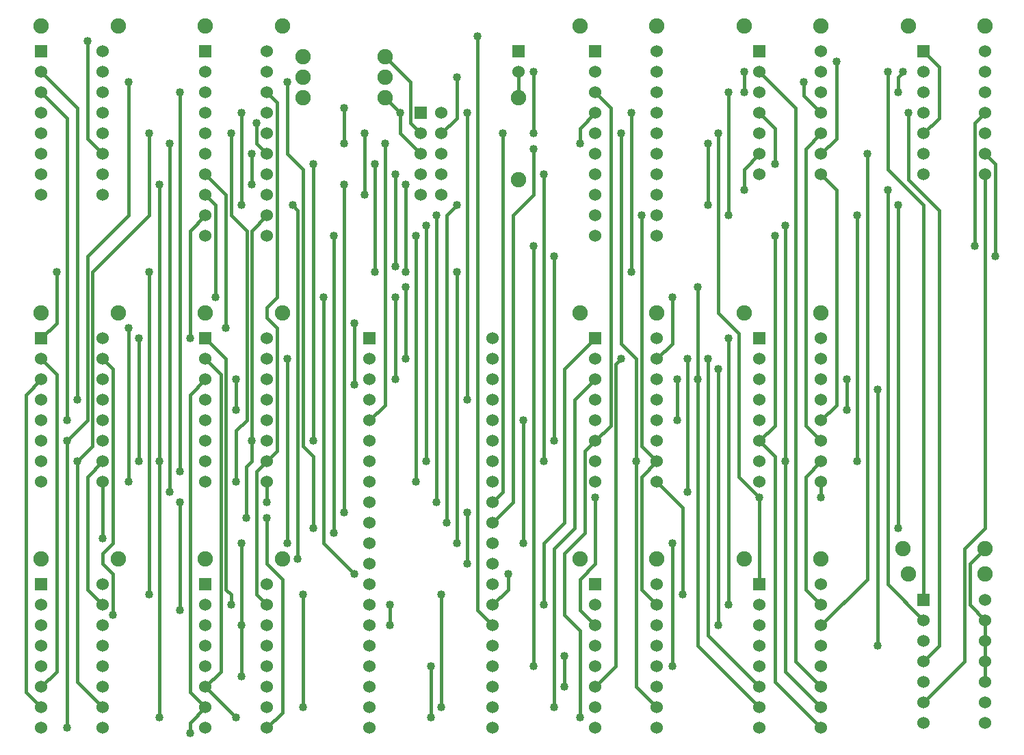
<source format=gbr>
G04 #@! TF.FileFunction,Copper,L4,Bot,Signal*
%FSLAX46Y46*%
G04 Gerber Fmt 4.6, Leading zero omitted, Abs format (unit mm)*
G04 Created by KiCad (PCBNEW 4.0.7) date 03/16/20 14:44:42*
%MOMM*%
%LPD*%
G01*
G04 APERTURE LIST*
%ADD10C,0.100000*%
%ADD11C,1.524000*%
%ADD12R,1.524000X1.524000*%
%ADD13C,1.905000*%
%ADD14C,1.016000*%
%ADD15C,0.381000*%
G04 APERTURE END LIST*
D10*
D11*
X146685000Y-116840000D03*
X146685000Y-114300000D03*
X146685000Y-111760000D03*
X146685000Y-109220000D03*
X146685000Y-106680000D03*
X146685000Y-104140000D03*
X146685000Y-101600000D03*
X146685000Y-99060000D03*
X131445000Y-116840000D03*
X131445000Y-114300000D03*
X131445000Y-111760000D03*
X131445000Y-106680000D03*
X131445000Y-104140000D03*
X131445000Y-101600000D03*
X131445000Y-109220000D03*
X131445000Y-99060000D03*
D12*
X131445000Y-68580000D03*
D11*
X131445000Y-71120000D03*
X131445000Y-73660000D03*
X131445000Y-76200000D03*
X131445000Y-78740000D03*
X131445000Y-81280000D03*
X131445000Y-83820000D03*
X131445000Y-86360000D03*
X131445000Y-88900000D03*
X131445000Y-91440000D03*
X131445000Y-93980000D03*
X131445000Y-96520000D03*
X146685000Y-96520000D03*
X146685000Y-93980000D03*
X146685000Y-91440000D03*
X146685000Y-88900000D03*
X146685000Y-86360000D03*
X146685000Y-83820000D03*
X146685000Y-81280000D03*
X146685000Y-78740000D03*
X146685000Y-76200000D03*
X146685000Y-73660000D03*
X146685000Y-71120000D03*
X146685000Y-68580000D03*
X90805000Y-76200000D03*
X90805000Y-73660000D03*
X90805000Y-71120000D03*
D12*
X90805000Y-68580000D03*
D11*
X90805000Y-78740000D03*
X90805000Y-81280000D03*
X90805000Y-83820000D03*
X90805000Y-86360000D03*
X98425000Y-86360000D03*
X98425000Y-83820000D03*
X98425000Y-81280000D03*
X98425000Y-78740000D03*
X98425000Y-76200000D03*
X98425000Y-73660000D03*
X98425000Y-71120000D03*
X98425000Y-68580000D03*
D12*
X137795000Y-40640000D03*
D11*
X137795000Y-43180000D03*
X137795000Y-45720000D03*
X137795000Y-48260000D03*
X137795000Y-50800000D03*
X140335000Y-45720000D03*
X140335000Y-43180000D03*
X140335000Y-40640000D03*
X140335000Y-48260000D03*
X140335000Y-50800000D03*
X90805000Y-106680000D03*
X90805000Y-104140000D03*
X90805000Y-101600000D03*
D12*
X90805000Y-99060000D03*
D11*
X90805000Y-109220000D03*
X90805000Y-111760000D03*
X90805000Y-114300000D03*
X90805000Y-116840000D03*
X98425000Y-116840000D03*
X98425000Y-114300000D03*
X98425000Y-111760000D03*
X98425000Y-109220000D03*
X98425000Y-106680000D03*
X98425000Y-104140000D03*
X98425000Y-101600000D03*
X98425000Y-99060000D03*
X111125000Y-76200000D03*
X111125000Y-73660000D03*
X111125000Y-71120000D03*
D12*
X111125000Y-68580000D03*
D11*
X111125000Y-78740000D03*
X111125000Y-81280000D03*
X111125000Y-83820000D03*
X111125000Y-86360000D03*
X118745000Y-86360000D03*
X118745000Y-83820000D03*
X118745000Y-81280000D03*
X118745000Y-78740000D03*
X118745000Y-76200000D03*
X118745000Y-73660000D03*
X118745000Y-71120000D03*
X118745000Y-68580000D03*
D12*
X159385000Y-33020000D03*
D11*
X159385000Y-35560000D03*
X159385000Y-38100000D03*
X159385000Y-40640000D03*
X159385000Y-43180000D03*
X159385000Y-45720000D03*
X159385000Y-48260000D03*
X159385000Y-50800000D03*
X159385000Y-53340000D03*
X159385000Y-55880000D03*
X167005000Y-55880000D03*
X167005000Y-53340000D03*
X167005000Y-50800000D03*
X167005000Y-48260000D03*
X167005000Y-45720000D03*
X167005000Y-43180000D03*
X167005000Y-40640000D03*
X167005000Y-38100000D03*
X167005000Y-35560000D03*
X167005000Y-33020000D03*
D12*
X111125000Y-33020000D03*
D11*
X111125000Y-35560000D03*
X111125000Y-38100000D03*
X111125000Y-40640000D03*
X111125000Y-43180000D03*
X111125000Y-45720000D03*
X111125000Y-48260000D03*
X111125000Y-50800000D03*
X111125000Y-53340000D03*
X111125000Y-55880000D03*
X118745000Y-55880000D03*
X118745000Y-53340000D03*
X118745000Y-50800000D03*
X118745000Y-48260000D03*
X118745000Y-45720000D03*
X118745000Y-43180000D03*
X118745000Y-40640000D03*
X118745000Y-38100000D03*
X118745000Y-35560000D03*
X118745000Y-33020000D03*
D13*
X100330000Y-65405000D03*
X90805000Y-65405000D03*
X120650000Y-65405000D03*
X111125000Y-65405000D03*
X167005000Y-65405000D03*
X157480000Y-65405000D03*
X187325000Y-65405000D03*
X177800000Y-65405000D03*
X100330000Y-29845000D03*
X90805000Y-29845000D03*
X187325000Y-95885000D03*
X177800000Y-95885000D03*
X167005000Y-95885000D03*
X157480000Y-95885000D03*
X120650000Y-95885000D03*
X111125000Y-95885000D03*
X100330000Y-95885000D03*
X90805000Y-95885000D03*
X167005000Y-29845000D03*
X157480000Y-29845000D03*
X120650000Y-29845000D03*
X111125000Y-29845000D03*
X207645000Y-29845000D03*
X198120000Y-29845000D03*
X187325000Y-29845000D03*
X177800000Y-29845000D03*
X207645000Y-97790000D03*
X198120000Y-97790000D03*
D12*
X149860000Y-33020000D03*
D11*
X149860000Y-35560000D03*
D13*
X149860000Y-48895000D03*
X149860000Y-38735000D03*
X197485000Y-94615000D03*
X207645000Y-94615000D03*
X123190000Y-33655000D03*
X133350000Y-33655000D03*
X123190000Y-36195000D03*
X133350000Y-36195000D03*
X123190000Y-38735000D03*
X133350000Y-38735000D03*
D11*
X159385000Y-76200000D03*
X159385000Y-73660000D03*
X159385000Y-71120000D03*
D12*
X159385000Y-68580000D03*
D11*
X159385000Y-78740000D03*
X159385000Y-81280000D03*
X159385000Y-83820000D03*
X159385000Y-86360000D03*
X167005000Y-86360000D03*
X167005000Y-83820000D03*
X167005000Y-81280000D03*
X167005000Y-78740000D03*
X167005000Y-76200000D03*
X167005000Y-73660000D03*
X167005000Y-71120000D03*
X167005000Y-68580000D03*
X179705000Y-76200000D03*
X179705000Y-73660000D03*
X179705000Y-71120000D03*
D12*
X179705000Y-68580000D03*
D11*
X179705000Y-78740000D03*
X179705000Y-81280000D03*
X179705000Y-83820000D03*
X179705000Y-86360000D03*
X187325000Y-86360000D03*
X187325000Y-83820000D03*
X187325000Y-81280000D03*
X187325000Y-78740000D03*
X187325000Y-76200000D03*
X187325000Y-73660000D03*
X187325000Y-71120000D03*
X187325000Y-68580000D03*
X90805000Y-40640000D03*
X90805000Y-38100000D03*
X90805000Y-35560000D03*
D12*
X90805000Y-33020000D03*
D11*
X90805000Y-43180000D03*
X90805000Y-45720000D03*
X90805000Y-48260000D03*
X90805000Y-50800000D03*
X98425000Y-50800000D03*
X98425000Y-48260000D03*
X98425000Y-45720000D03*
X98425000Y-43180000D03*
X98425000Y-40640000D03*
X98425000Y-38100000D03*
X98425000Y-35560000D03*
X98425000Y-33020000D03*
X179705000Y-106680000D03*
X179705000Y-104140000D03*
X179705000Y-101600000D03*
D12*
X179705000Y-99060000D03*
D11*
X179705000Y-109220000D03*
X179705000Y-111760000D03*
X179705000Y-114300000D03*
X179705000Y-116840000D03*
X187325000Y-116840000D03*
X187325000Y-114300000D03*
X187325000Y-111760000D03*
X187325000Y-109220000D03*
X187325000Y-106680000D03*
X187325000Y-104140000D03*
X187325000Y-101600000D03*
X187325000Y-99060000D03*
X159385000Y-106680000D03*
X159385000Y-104140000D03*
X159385000Y-101600000D03*
D12*
X159385000Y-99060000D03*
D11*
X159385000Y-109220000D03*
X159385000Y-111760000D03*
X159385000Y-114300000D03*
X159385000Y-116840000D03*
X167005000Y-116840000D03*
X167005000Y-114300000D03*
X167005000Y-111760000D03*
X167005000Y-109220000D03*
X167005000Y-106680000D03*
X167005000Y-104140000D03*
X167005000Y-101600000D03*
X167005000Y-99060000D03*
X111125000Y-106680000D03*
X111125000Y-104140000D03*
X111125000Y-101600000D03*
D12*
X111125000Y-99060000D03*
D11*
X111125000Y-109220000D03*
X111125000Y-111760000D03*
X111125000Y-114300000D03*
X111125000Y-116840000D03*
X118745000Y-116840000D03*
X118745000Y-114300000D03*
X118745000Y-111760000D03*
X118745000Y-109220000D03*
X118745000Y-106680000D03*
X118745000Y-104140000D03*
X118745000Y-101600000D03*
X118745000Y-99060000D03*
X200025000Y-40640000D03*
X200025000Y-38100000D03*
D12*
X200025000Y-33020000D03*
D11*
X200025000Y-35560000D03*
X200025000Y-43180000D03*
X200025000Y-45720000D03*
X200025000Y-48260000D03*
X207645000Y-48260000D03*
X207645000Y-45720000D03*
X207645000Y-43180000D03*
X207645000Y-40640000D03*
X207645000Y-38100000D03*
X207645000Y-35560000D03*
X207645000Y-33020000D03*
X179705000Y-40640000D03*
X179705000Y-38100000D03*
D12*
X179705000Y-33020000D03*
D11*
X179705000Y-35560000D03*
X179705000Y-43180000D03*
X179705000Y-45720000D03*
X179705000Y-48260000D03*
X187325000Y-48260000D03*
X187325000Y-45720000D03*
X187325000Y-43180000D03*
X187325000Y-40640000D03*
X187325000Y-38100000D03*
X187325000Y-35560000D03*
X187325000Y-33020000D03*
X200025000Y-108585000D03*
X200025000Y-106045000D03*
D12*
X200025000Y-100965000D03*
D11*
X200025000Y-103505000D03*
X200025000Y-111125000D03*
X200025000Y-113665000D03*
X200025000Y-116205000D03*
X207645000Y-116205000D03*
X207645000Y-113665000D03*
X207645000Y-111125000D03*
X207645000Y-108585000D03*
X207645000Y-106045000D03*
X207645000Y-103505000D03*
X207645000Y-100965000D03*
D14*
X172085000Y-73660000D03*
X135255000Y-40640000D03*
X142240000Y-36195000D03*
X114935000Y-115570000D03*
X114300000Y-101600000D03*
X189230000Y-34290000D03*
X151765000Y-57150000D03*
X206375000Y-57150000D03*
X154305000Y-81280000D03*
X154305000Y-58420000D03*
X208915000Y-58420000D03*
X195580000Y-35560000D03*
X162560000Y-71120000D03*
X155575000Y-107950000D03*
X155575000Y-111760000D03*
X139065000Y-109220000D03*
X139065000Y-115570000D03*
X140335000Y-100330000D03*
X140335000Y-114300000D03*
X133985000Y-101600000D03*
X133985000Y-104140000D03*
X121285000Y-93980000D03*
X115570000Y-93980000D03*
X115570000Y-104140000D03*
X123190000Y-100330000D03*
X198120000Y-40640000D03*
X151765000Y-109220000D03*
X193040000Y-45720000D03*
X181610000Y-46990000D03*
X195580000Y-50165000D03*
X177800000Y-50165000D03*
X194310000Y-106680000D03*
X194310000Y-74930000D03*
X144780000Y-31115000D03*
X181610000Y-55880000D03*
X177800000Y-38100000D03*
X177800000Y-35560000D03*
X96520000Y-31750000D03*
X143510000Y-76200000D03*
X143510000Y-40640000D03*
X196850000Y-38100000D03*
X197485000Y-35560000D03*
X133350000Y-44450000D03*
X117475000Y-41910000D03*
X130810000Y-43180000D03*
X182880000Y-83820000D03*
X182880000Y-54610000D03*
X168910000Y-109220000D03*
X168910000Y-93980000D03*
X150495000Y-93980000D03*
X173355000Y-71120000D03*
X157480000Y-115570000D03*
X164465000Y-83820000D03*
X162560000Y-43180000D03*
X174625000Y-104140000D03*
X174625000Y-72390000D03*
X175895000Y-101600000D03*
X175895000Y-68580000D03*
X179705000Y-88265000D03*
X187325000Y-88265000D03*
X174625000Y-43180000D03*
X190500000Y-73660000D03*
X190500000Y-77470000D03*
X169545000Y-73660000D03*
X169545000Y-78740000D03*
X175895000Y-38100000D03*
X191770000Y-83820000D03*
X191770000Y-53340000D03*
X175895000Y-53340000D03*
X114935000Y-73660000D03*
X114935000Y-77470000D03*
X165100000Y-53340000D03*
X154305000Y-114300000D03*
X170180000Y-100330000D03*
X153035000Y-83820000D03*
X153035000Y-48260000D03*
X153035000Y-101600000D03*
X170815000Y-71120000D03*
X170815000Y-87630000D03*
X159385000Y-88265000D03*
X168910000Y-63500000D03*
X134620000Y-63500000D03*
X134620000Y-73660000D03*
X135890000Y-71120000D03*
X135890000Y-62230000D03*
X172085000Y-62230000D03*
X137160000Y-55880000D03*
X137160000Y-86360000D03*
X138430000Y-83820000D03*
X138430000Y-54610000D03*
X139700000Y-53340000D03*
X139700000Y-88900000D03*
X142240000Y-52070000D03*
X140970000Y-91440000D03*
X163830000Y-40640000D03*
X163830000Y-60325000D03*
X142240000Y-60325000D03*
X142240000Y-93980000D03*
X150495000Y-78740000D03*
X147955000Y-43180000D03*
X151765000Y-35560000D03*
X151765000Y-43180000D03*
X151765000Y-45085000D03*
X157480000Y-44450000D03*
X196850000Y-92075000D03*
X196850000Y-52070000D03*
X173355000Y-44450000D03*
X173355000Y-52070000D03*
X107950000Y-85090000D03*
X107950000Y-38100000D03*
X106680000Y-87630000D03*
X106680000Y-44450000D03*
X143510000Y-90170000D03*
X143510000Y-96520000D03*
X128270000Y-90170000D03*
X128270000Y-49530000D03*
X116840000Y-49530000D03*
X129540000Y-97790000D03*
X125730000Y-63500000D03*
X148590000Y-97790000D03*
X112395000Y-63500000D03*
X127000000Y-92710000D03*
X127000000Y-55880000D03*
X93980000Y-78740000D03*
X95250000Y-76200000D03*
X130810000Y-50800000D03*
X135890000Y-49530000D03*
X135890000Y-60325000D03*
X129540000Y-74295000D03*
X129540000Y-66675000D03*
X134620000Y-48260000D03*
X134620000Y-59690000D03*
X132080000Y-46990000D03*
X132080000Y-60325000D03*
X124460000Y-81280000D03*
X124460000Y-46990000D03*
X121285000Y-36830000D03*
X124460000Y-92075000D03*
X122555000Y-95885000D03*
X121920000Y-52070000D03*
X115570000Y-52070000D03*
X123190000Y-114300000D03*
X115570000Y-110490000D03*
X116840000Y-81280000D03*
X93980000Y-81280000D03*
X93980000Y-116840000D03*
X95250000Y-83820000D03*
X99695000Y-102870000D03*
X98425000Y-93345000D03*
X104140000Y-100330000D03*
X104140000Y-60325000D03*
X92710000Y-60325000D03*
X118745000Y-88900000D03*
X107950000Y-102235000D03*
X107950000Y-88900000D03*
X116205000Y-90805000D03*
X118745000Y-90805000D03*
X105410000Y-83820000D03*
X109220000Y-117475000D03*
X105410000Y-115570000D03*
X105410000Y-49530000D03*
X115570000Y-40640000D03*
X116840000Y-45720000D03*
X121285000Y-71120000D03*
X114935000Y-86360000D03*
X114300000Y-43180000D03*
X128270000Y-40005000D03*
X128270000Y-44450000D03*
X109220000Y-68580000D03*
X102870000Y-68580000D03*
X102870000Y-83820000D03*
X113665000Y-67310000D03*
X101600000Y-67310000D03*
X101600000Y-86360000D03*
X104140000Y-43180000D03*
X101600000Y-36830000D03*
X185166000Y-36830000D03*
D15*
X149860000Y-38735000D02*
X149860000Y-35560000D01*
X109220000Y-117475000D02*
X109220000Y-116205000D01*
X109220000Y-116205000D02*
X111125000Y-114300000D01*
X111125000Y-114300000D02*
X109220000Y-112395000D01*
X109220000Y-75565000D02*
X111125000Y-73660000D01*
X109220000Y-112395000D02*
X109220000Y-75565000D01*
X98425000Y-71120000D02*
X99695000Y-72390000D01*
X99695000Y-97790000D02*
X99695000Y-102870000D01*
X98425000Y-96520000D02*
X99695000Y-97790000D01*
X98425000Y-95250000D02*
X98425000Y-96520000D01*
X99695000Y-93980000D02*
X98425000Y-95250000D01*
X99695000Y-72390000D02*
X99695000Y-93980000D01*
X140335000Y-100330000D02*
X140335000Y-113665000D01*
X140335000Y-113665000D02*
X140335000Y-114300000D01*
X151765000Y-109220000D02*
X151765000Y-57150000D01*
X206375000Y-57150000D02*
X206375000Y-41910000D01*
X206375000Y-41910000D02*
X207645000Y-40640000D01*
X185166000Y-36830000D02*
X185166000Y-38481000D01*
X185166000Y-38481000D02*
X187325000Y-40640000D01*
X146685000Y-104140000D02*
X144780000Y-102235000D01*
X144780000Y-102235000D02*
X144780000Y-31115000D01*
X127000000Y-92710000D02*
X127000000Y-56515000D01*
X127000000Y-56515000D02*
X127000000Y-55880000D01*
X146685000Y-101600000D02*
X148590000Y-99695000D01*
X148590000Y-99695000D02*
X148590000Y-97790000D01*
X112395000Y-63500000D02*
X112395000Y-52070000D01*
X112395000Y-52070000D02*
X111125000Y-50800000D01*
X129540000Y-97790000D02*
X125730000Y-93980000D01*
X125730000Y-63500000D02*
X125730000Y-63500000D01*
X125730000Y-93980000D02*
X125730000Y-63500000D01*
X111125000Y-111760000D02*
X114935000Y-115570000D01*
X111125000Y-111760000D02*
X113030000Y-109855000D01*
X113030000Y-73025000D02*
X111125000Y-71120000D01*
X113030000Y-109855000D02*
X113030000Y-73025000D01*
X114300000Y-101600000D02*
X114300000Y-100330000D01*
X113665000Y-71120000D02*
X111125000Y-68580000D01*
X113665000Y-99695000D02*
X113665000Y-71120000D01*
X114300000Y-100330000D02*
X113665000Y-99695000D01*
X123190000Y-100330000D02*
X123190000Y-114300000D01*
X121285000Y-71120000D02*
X121285000Y-93980000D01*
X115570000Y-110490000D02*
X115570000Y-104140000D01*
X115570000Y-93980000D02*
X115570000Y-104140000D01*
X155575000Y-107950000D02*
X155575000Y-111760000D01*
X159385000Y-111760000D02*
X161925000Y-109220000D01*
X161925000Y-71755000D02*
X162560000Y-71120000D01*
X161925000Y-109220000D02*
X161925000Y-71755000D01*
X159385000Y-68580000D02*
X155575000Y-72390000D01*
X153035000Y-93980000D02*
X153035000Y-101600000D01*
X155575000Y-91440000D02*
X153035000Y-93980000D01*
X155575000Y-72390000D02*
X155575000Y-91440000D01*
X133985000Y-101600000D02*
X133985000Y-104140000D01*
X159385000Y-73660000D02*
X156845000Y-76200000D01*
X154305000Y-94615000D02*
X154305000Y-114300000D01*
X156845000Y-92075000D02*
X154305000Y-94615000D01*
X156845000Y-76200000D02*
X156845000Y-92075000D01*
X139065000Y-109220000D02*
X139065000Y-115570000D01*
X115570000Y-40640000D02*
X115570000Y-52070000D01*
X122555000Y-95885000D02*
X122555000Y-52705000D01*
X122555000Y-52705000D02*
X121920000Y-52070000D01*
X173355000Y-71120000D02*
X173355000Y-105410000D01*
X179705000Y-111760000D02*
X173355000Y-105410000D01*
X173355000Y-105410000D02*
X173355000Y-105410000D01*
X173355000Y-105410000D02*
X173355000Y-105410000D01*
X135890000Y-62230000D02*
X135890000Y-71120000D01*
X172085000Y-73660000D02*
X172085000Y-62230000D01*
X179705000Y-114300000D02*
X172085000Y-106680000D01*
X172085000Y-106680000D02*
X172085000Y-73660000D01*
X172085000Y-106680000D02*
X172085000Y-106680000D01*
X172085000Y-106680000D02*
X172085000Y-106680000D01*
X134620000Y-63500000D02*
X134620000Y-73660000D01*
X167005000Y-71120000D02*
X168910000Y-69215000D01*
X168910000Y-69215000D02*
X168910000Y-63500000D01*
X159385000Y-104140000D02*
X157480000Y-102235000D01*
X159385000Y-96520000D02*
X159385000Y-88265000D01*
X157480000Y-98425000D02*
X159385000Y-96520000D01*
X157480000Y-102235000D02*
X157480000Y-98425000D01*
X170815000Y-71120000D02*
X170815000Y-87630000D01*
X196850000Y-38100000D02*
X196850000Y-36195000D01*
X196850000Y-36195000D02*
X197485000Y-35560000D01*
X143510000Y-76200000D02*
X143510000Y-40640000D01*
X128270000Y-44450000D02*
X128270000Y-40005000D01*
X131445000Y-78740000D02*
X133350000Y-76835000D01*
X133350000Y-76835000D02*
X133350000Y-44450000D01*
X124460000Y-81280000D02*
X124460000Y-46990000D01*
X98425000Y-45720000D02*
X96520000Y-43815000D01*
X96520000Y-43815000D02*
X96520000Y-31750000D01*
X177800000Y-38100000D02*
X177800000Y-35560000D01*
X138430000Y-83820000D02*
X138430000Y-54610000D01*
X137160000Y-55880000D02*
X137160000Y-86360000D01*
X139700000Y-53340000D02*
X139700000Y-88900000D01*
X142240000Y-52070000D02*
X140970000Y-53340000D01*
X140970000Y-53340000D02*
X140970000Y-91440000D01*
X142240000Y-60325000D02*
X142240000Y-93980000D01*
X163830000Y-40640000D02*
X163830000Y-60325000D01*
X121285000Y-36830000D02*
X121285000Y-45720000D01*
X124460000Y-83185000D02*
X124460000Y-92075000D01*
X123190000Y-81915000D02*
X124460000Y-83185000D01*
X123190000Y-47625000D02*
X123190000Y-81915000D01*
X121285000Y-45720000D02*
X123190000Y-47625000D01*
X116840000Y-45720000D02*
X116840000Y-49530000D01*
X128270000Y-90170000D02*
X128270000Y-51435000D01*
X128270000Y-51435000D02*
X128270000Y-49530000D01*
X143510000Y-90170000D02*
X143510000Y-96520000D01*
X173355000Y-44450000D02*
X173355000Y-52070000D01*
X196850000Y-92075000D02*
X196850000Y-52070000D01*
X159385000Y-40640000D02*
X157480000Y-42545000D01*
X157480000Y-42545000D02*
X157480000Y-44450000D01*
X146685000Y-91440000D02*
X149225000Y-88900000D01*
X149225000Y-88900000D02*
X149225000Y-53340000D01*
X149225000Y-53340000D02*
X151765000Y-50800000D01*
X151765000Y-50800000D02*
X151765000Y-45085000D01*
X151765000Y-35560000D02*
X151765000Y-43180000D01*
X146685000Y-88900000D02*
X147955000Y-87630000D01*
X147955000Y-87630000D02*
X147955000Y-43180000D01*
X106680000Y-87630000D02*
X106680000Y-44450000D01*
X107950000Y-38100000D02*
X107950000Y-85090000D01*
X154305000Y-58420000D02*
X154305000Y-81280000D01*
X154305000Y-81280000D02*
X154305000Y-81280000D01*
X208915000Y-58420000D02*
X208915000Y-46990000D01*
X208915000Y-46990000D02*
X207645000Y-45720000D01*
X150495000Y-93980000D02*
X150495000Y-78740000D01*
X168910000Y-109220000D02*
X168910000Y-93980000D01*
X194310000Y-106680000D02*
X194310000Y-74930000D01*
X174625000Y-104140000D02*
X174625000Y-104140000D01*
X174625000Y-104140000D02*
X174625000Y-72390000D01*
X174625000Y-104140000D02*
X174625000Y-104140000D01*
X175895000Y-68580000D02*
X175895000Y-101600000D01*
X207645000Y-103505000D02*
X207645000Y-106045000D01*
X207645000Y-106045000D02*
X207645000Y-108585000D01*
X200025000Y-100965000D02*
X200025000Y-52070000D01*
X195580000Y-47625000D02*
X195580000Y-35560000D01*
X200025000Y-52070000D02*
X195580000Y-47625000D01*
X207645000Y-94615000D02*
X205740000Y-96520000D01*
X205740000Y-101600000D02*
X207645000Y-103505000D01*
X205740000Y-96520000D02*
X205740000Y-101600000D01*
X207645000Y-108585000D02*
X207645000Y-111125000D01*
X90805000Y-35560000D02*
X95250000Y-40005000D01*
X95250000Y-40005000D02*
X95250000Y-76200000D01*
X93980000Y-78740000D02*
X93980000Y-41275000D01*
X93980000Y-41275000D02*
X90805000Y-38100000D01*
X114935000Y-73660000D02*
X114935000Y-77470000D01*
X169545000Y-73660000D02*
X169545000Y-78740000D01*
X190500000Y-73660000D02*
X190500000Y-77470000D01*
X101600000Y-36830000D02*
X101600000Y-53340000D01*
X96520000Y-78740000D02*
X96520000Y-58420000D01*
X96520000Y-58420000D02*
X101600000Y-53340000D01*
X96520000Y-78740000D02*
X93980000Y-81280000D01*
X93980000Y-81280000D02*
X93980000Y-116840000D01*
X97155000Y-60325000D02*
X104140000Y-53340000D01*
X97155000Y-81915000D02*
X97155000Y-60325000D01*
X95250000Y-83820000D02*
X97155000Y-81915000D01*
X104140000Y-53340000D02*
X104140000Y-43180000D01*
X95250000Y-83820000D02*
X95250000Y-111125000D01*
X95250000Y-111125000D02*
X98425000Y-114300000D01*
X101600000Y-67310000D02*
X101600000Y-86360000D01*
X111125000Y-48260000D02*
X113665000Y-50800000D01*
X113665000Y-50800000D02*
X113665000Y-67310000D01*
X98425000Y-86360000D02*
X98425000Y-93345000D01*
X102870000Y-68580000D02*
X102870000Y-83820000D01*
X111125000Y-53340000D02*
X109220000Y-55245000D01*
X109220000Y-55245000D02*
X109220000Y-68580000D01*
X98425000Y-101600000D02*
X96520000Y-99695000D01*
X96520000Y-85725000D02*
X98425000Y-83820000D01*
X96520000Y-99695000D02*
X96520000Y-85725000D01*
X187325000Y-43180000D02*
X185420000Y-45085000D01*
X185420000Y-79375000D02*
X187325000Y-81280000D01*
X185420000Y-45085000D02*
X185420000Y-79375000D01*
X187325000Y-78740000D02*
X189230000Y-76835000D01*
X189230000Y-50165000D02*
X187325000Y-48260000D01*
X189230000Y-76835000D02*
X189230000Y-50165000D01*
X116840000Y-81280000D02*
X116840000Y-83820000D01*
X116840000Y-83820000D02*
X116205000Y-84455000D01*
X116205000Y-84455000D02*
X116205000Y-90805000D01*
X118745000Y-116840000D02*
X120650000Y-114935000D01*
X118745000Y-96520000D02*
X118745000Y-90805000D01*
X120650000Y-98425000D02*
X118745000Y-96520000D01*
X120650000Y-114935000D02*
X120650000Y-98425000D01*
X116840000Y-81280000D02*
X116840000Y-55245000D01*
X116840000Y-55245000D02*
X118745000Y-53340000D01*
X105410000Y-83820000D02*
X105410000Y-49530000D01*
X105410000Y-83820000D02*
X105410000Y-115570000D01*
X114935000Y-86360000D02*
X114935000Y-80010000D01*
X114300000Y-53340000D02*
X114300000Y-43180000D01*
X116258998Y-55298998D02*
X114300000Y-53340000D01*
X116258998Y-78686002D02*
X116258998Y-55298998D01*
X114935000Y-80010000D02*
X116258998Y-78686002D01*
X107950000Y-102235000D02*
X107950000Y-88900000D01*
X118745000Y-86360000D02*
X118745000Y-88900000D01*
X118745000Y-83820000D02*
X120015000Y-82550000D01*
X120015000Y-39370000D02*
X118745000Y-38100000D01*
X120015000Y-63500000D02*
X120015000Y-39370000D01*
X118745000Y-64770000D02*
X120015000Y-63500000D01*
X118745000Y-66040000D02*
X118745000Y-64770000D01*
X120015000Y-67310000D02*
X118745000Y-66040000D01*
X120015000Y-82550000D02*
X120015000Y-67310000D01*
X118745000Y-101600000D02*
X117475000Y-100330000D01*
X117475000Y-85090000D02*
X118745000Y-83820000D01*
X117475000Y-100330000D02*
X117475000Y-85090000D01*
X159385000Y-81280000D02*
X158115000Y-82550000D01*
X157480000Y-104775000D02*
X157480000Y-115570000D01*
X155575000Y-102870000D02*
X157480000Y-104775000D01*
X155575000Y-95250000D02*
X155575000Y-102870000D01*
X158115000Y-92710000D02*
X155575000Y-95250000D01*
X158115000Y-82550000D02*
X158115000Y-92710000D01*
X159385000Y-38100000D02*
X161290000Y-40005000D01*
X161290000Y-79375000D02*
X159385000Y-81280000D01*
X161290000Y-40005000D02*
X161290000Y-79375000D01*
X164465000Y-95250000D02*
X164465000Y-83820000D01*
X162560000Y-69215000D02*
X162560000Y-43180000D01*
X164465000Y-71120000D02*
X162560000Y-69215000D01*
X164465000Y-71120000D02*
X164465000Y-71120000D01*
X164465000Y-83820000D02*
X164465000Y-71120000D01*
X167005000Y-114300000D02*
X164465000Y-111760000D01*
X164465000Y-111760000D02*
X164465000Y-95250000D01*
X153035000Y-83820000D02*
X153035000Y-48260000D01*
X167005000Y-86360000D02*
X170180000Y-89535000D01*
X170180000Y-89535000D02*
X170180000Y-100330000D01*
X167005000Y-83820000D02*
X165100000Y-81915000D01*
X165100000Y-81915000D02*
X165100000Y-53340000D01*
X167005000Y-101600000D02*
X165100000Y-99695000D01*
X165100000Y-85725000D02*
X167005000Y-83820000D01*
X165100000Y-99695000D02*
X165100000Y-85725000D01*
X181610000Y-55880000D02*
X181610000Y-79375000D01*
X181610000Y-79375000D02*
X179705000Y-81280000D01*
X187325000Y-116840000D02*
X181610000Y-111125000D01*
X181610000Y-111125000D02*
X181610000Y-83185000D01*
X181610000Y-83185000D02*
X179705000Y-81280000D01*
X182880000Y-83820000D02*
X182880000Y-54610000D01*
X182880000Y-83820000D02*
X182880000Y-109855000D01*
X182880000Y-109855000D02*
X187325000Y-114300000D01*
X179705000Y-88265000D02*
X177165000Y-85725000D01*
X174625000Y-65405000D02*
X174625000Y-43180000D01*
X177165000Y-67945000D02*
X174625000Y-65405000D01*
X177165000Y-85725000D02*
X177165000Y-67945000D01*
X179705000Y-88265000D02*
X179705000Y-99060000D01*
X187325000Y-86360000D02*
X187325000Y-88265000D01*
X175895000Y-53340000D02*
X175895000Y-38100000D01*
X191770000Y-83820000D02*
X191770000Y-53340000D01*
X187325000Y-101600000D02*
X185420000Y-99695000D01*
X185420000Y-85725000D02*
X187325000Y-83820000D01*
X185420000Y-99695000D02*
X185420000Y-85725000D01*
X187325000Y-111760000D02*
X184150000Y-108585000D01*
X184150000Y-40005000D02*
X179705000Y-35560000D01*
X184150000Y-108585000D02*
X184150000Y-40005000D01*
X181610000Y-46990000D02*
X181610000Y-42545000D01*
X181610000Y-42545000D02*
X179705000Y-40640000D01*
X193040000Y-45720000D02*
X193040000Y-98425000D01*
X193040000Y-98425000D02*
X187325000Y-104140000D01*
X198120000Y-40640000D02*
X198120000Y-48895000D01*
X201930000Y-106680000D02*
X200025000Y-108585000D01*
X201930000Y-52705000D02*
X201930000Y-106680000D01*
X198120000Y-48895000D02*
X201930000Y-52705000D01*
X200025000Y-43180000D02*
X201930000Y-41275000D01*
X201930000Y-34925000D02*
X200025000Y-33020000D01*
X201930000Y-41275000D02*
X201930000Y-34925000D01*
X207645000Y-48260000D02*
X207645000Y-92075000D01*
X205105000Y-108585000D02*
X200025000Y-113665000D01*
X205105000Y-94615000D02*
X205105000Y-108585000D01*
X207645000Y-92075000D02*
X205105000Y-94615000D01*
X189230000Y-34290000D02*
X189230000Y-43815000D01*
X189230000Y-43815000D02*
X187325000Y-45720000D01*
X179705000Y-45720000D02*
X177800000Y-47625000D01*
X177800000Y-47625000D02*
X177800000Y-50165000D01*
X200025000Y-103505000D02*
X195580000Y-99060000D01*
X195580000Y-99060000D02*
X195580000Y-50165000D01*
X134620000Y-48260000D02*
X134620000Y-59690000D01*
X90805000Y-111760000D02*
X92710000Y-109855000D01*
X92710000Y-73025000D02*
X90805000Y-71120000D01*
X92710000Y-109855000D02*
X92710000Y-73025000D01*
X92710000Y-66675000D02*
X92710000Y-60325000D01*
X104140000Y-100330000D02*
X104140000Y-60325000D01*
X132080000Y-60325000D02*
X132080000Y-46990000D01*
X90805000Y-68580000D02*
X92710000Y-66675000D01*
X129540000Y-74295000D02*
X129540000Y-66675000D01*
X135890000Y-49530000D02*
X135890000Y-60325000D01*
X90805000Y-114300000D02*
X88900000Y-112395000D01*
X88900000Y-112395000D02*
X88900000Y-75565000D01*
X88900000Y-75565000D02*
X90805000Y-73660000D01*
X130810000Y-43180000D02*
X130810000Y-50800000D01*
X137795000Y-43180000D02*
X136525000Y-41910000D01*
X136525000Y-36830000D02*
X133350000Y-33655000D01*
X136525000Y-41910000D02*
X136525000Y-36830000D01*
X135255000Y-43180000D02*
X135255000Y-40640000D01*
X135255000Y-40640000D02*
X133350000Y-38735000D01*
X137795000Y-45720000D02*
X135255000Y-43180000D01*
X117475000Y-44450000D02*
X117475000Y-41910000D01*
X117475000Y-41910000D02*
X117475000Y-41910000D01*
X142240000Y-41275000D02*
X142240000Y-36195000D01*
X118745000Y-45720000D02*
X117475000Y-44450000D01*
X140335000Y-43180000D02*
X142240000Y-41275000D01*
M02*

</source>
